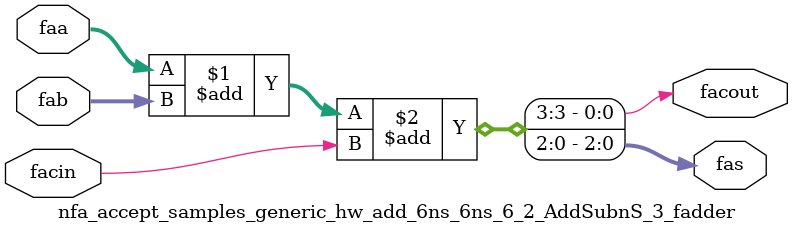
<source format=v>
module nfa_accept_samples_generic_hw_add_6ns_6ns_6_2_AddSubnS_3_fadder 
#(parameter
    N = 3
)(
    input  [N-1 : 0]  faa,
    input  [N-1 : 0]  fab,
    input  wire  facin,
    output [N-1 : 0]  fas,
    output wire  facout
);
assign {facout, fas} = faa + fab + facin;
endmodule
</source>
